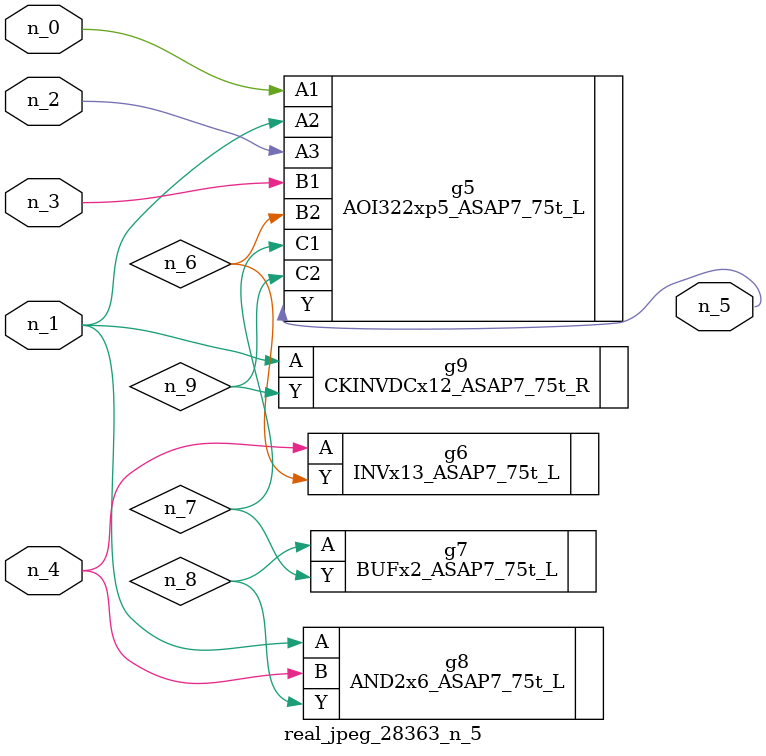
<source format=v>
module real_jpeg_28363_n_5 (n_4, n_0, n_1, n_2, n_3, n_5);

input n_4;
input n_0;
input n_1;
input n_2;
input n_3;

output n_5;

wire n_8;
wire n_6;
wire n_7;
wire n_9;

AOI322xp5_ASAP7_75t_L g5 ( 
.A1(n_0),
.A2(n_1),
.A3(n_2),
.B1(n_3),
.B2(n_6),
.C1(n_7),
.C2(n_9),
.Y(n_5)
);

AND2x6_ASAP7_75t_L g8 ( 
.A(n_1),
.B(n_4),
.Y(n_8)
);

CKINVDCx12_ASAP7_75t_R g9 ( 
.A(n_1),
.Y(n_9)
);

INVx13_ASAP7_75t_L g6 ( 
.A(n_4),
.Y(n_6)
);

BUFx2_ASAP7_75t_L g7 ( 
.A(n_8),
.Y(n_7)
);


endmodule
</source>
